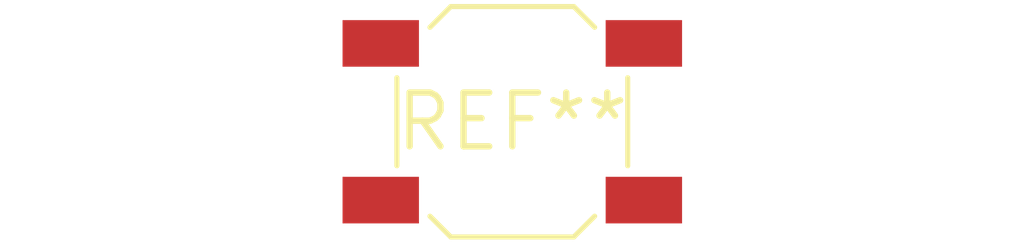
<source format=kicad_pcb>
(kicad_pcb (version 20240108) (generator pcbnew)
  (layers (0 "F.Cu" signal) (31 "B.Cu" signal) (34 "B.Paste" user) (35 "F.Paste" user) (36 "B.SilkS" user "B.Silkscreen") (37 "F.SilkS" user "F.Silkscreen") (38 "B.Mask" user) (39 "F.Mask" user) (44 "Edge.Cuts" user))
  (net 0 "")
  (footprint "SW_SPST_SKQG_WithStem" (layer "F.Cu") (at 0 0)
    (property "Reference" "REF**")
    (property "Value" "SW_SPST_SKQG_WithStem")
    (fp_line (start -2.72 1.04) (end -2.72 -1.04) (layer "F.SilkS") (stroke (width 0.12)))
    (fp_line (start -1.45 -2.72) (end -1.94 -2.23) (layer "F.SilkS") (stroke (width 0.12)))
    (fp_line (start -1.45 -2.72) (end 1.45 -2.72) (layer "F.SilkS") (stroke (width 0.12)))
    (fp_line (start -1.45 2.72) (end -1.94 2.23) (layer "F.SilkS") (stroke (width 0.12)))
    (fp_line (start -1.45 2.72) (end 1.45 2.72) (layer "F.SilkS") (stroke (width 0.12)))
    (fp_line (start 1.45 -2.72) (end 1.94 -2.23) (layer "F.SilkS") (stroke (width 0.12)))
    (fp_line (start 1.45 2.72) (end 1.94 2.23) (layer "F.SilkS") (stroke (width 0.12)))
    (fp_line (start 2.72 1.04) (end 2.72 -1.04) (layer "F.SilkS") (stroke (width 0.12)))
    (pad "1" smd rect (at -3.1 -1.85) (size 1.8 1.1) (layers "F.Cu" "F.Paste" "F.Mask"))
    (pad "1" smd rect (at 3.1 -1.85) (size 1.8 1.1) (layers "F.Cu" "F.Paste" "F.Mask"))
    (pad "2" smd rect (at -3.1 1.85) (size 1.8 1.1) (layers "F.Cu" "F.Paste" "F.Mask"))
    (pad "2" smd rect (at 3.1 1.85) (size 1.8 1.1) (layers "F.Cu" "F.Paste" "F.Mask"))
  )
)
</source>
